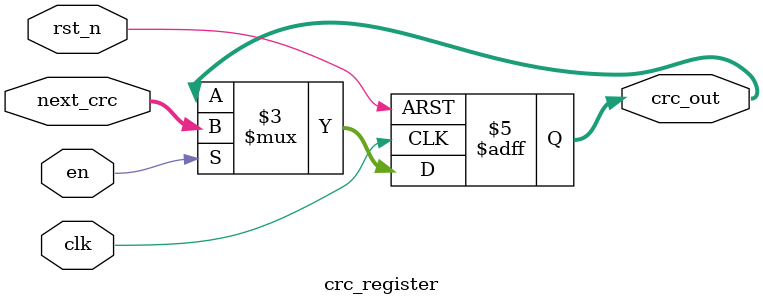
<source format=sv>
module crc8_serial (
    input clk, rst_n, en,
    input [7:0] data_in,
    output [7:0] crc_out
);
    // 内部连线
    wire feedback;
    wire [7:0] xor_result;
    wire [7:0] shift_result;
    wire [7:0] next_crc;
    
    // 参数定义
    parameter POLY = 8'h07;
    
    // 子模块实例化
    crc_feedback_detector feedback_unit (
        .crc_msb(crc_out[7]),
        .feedback(feedback)
    );
    
    crc_xor_calculator xor_unit (
        .feedback(feedback),
        .data_in(data_in),
        .poly(POLY),
        .xor_result(xor_result)
    );
    
    crc_shifter shifter_unit (
        .crc_in(crc_out),
        .shift_result(shift_result)
    );
    
    crc_next_value_selector next_value_unit (
        .shift_result(shift_result),
        .xor_result(xor_result),
        .next_crc(next_crc)
    );
    
    crc_register register_unit (
        .clk(clk),
        .rst_n(rst_n),
        .en(en),
        .next_crc(next_crc),
        .crc_out(crc_out)
    );
endmodule

// 检测CRC最高位，确定是否需要执行异或操作
module crc_feedback_detector (
    input crc_msb,
    output feedback
);
    assign feedback = crc_msb;
endmodule

// 计算CRC异或结果
module crc_xor_calculator (
    input feedback,
    input [7:0] data_in,
    input [7:0] poly,
    output [7:0] xor_result
);
    assign xor_result = feedback ? (poly ^ {data_in, 1'b0}) : {data_in, 1'b0};
endmodule

// 执行CRC移位操作
module crc_shifter (
    input [7:0] crc_in,
    output [7:0] shift_result
);
    assign shift_result = {crc_in[6:0], 1'b0};
endmodule

// 选择下一个CRC值
module crc_next_value_selector (
    input [7:0] shift_result,
    input [7:0] xor_result,
    output [7:0] next_crc
);
    assign next_crc = shift_result ^ xor_result;
endmodule

// CRC寄存器，存储当前CRC值并在时钟上升沿更新
module crc_register (
    input clk, rst_n, en,
    input [7:0] next_crc,
    output reg [7:0] crc_out
);
    always @(posedge clk or negedge rst_n) begin
        if (!rst_n) 
            crc_out <= 8'hFF;
        else if (en)
            crc_out <= next_crc;
    end
endmodule
</source>
